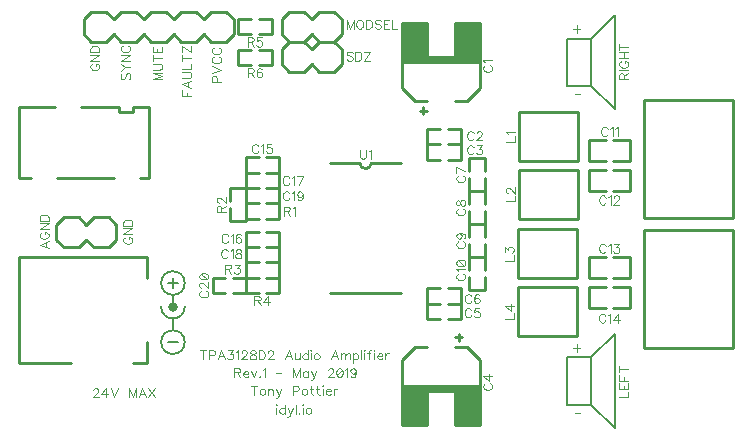
<source format=gbr>
G04 DipTrace 3.1.0.1*
G04 TPA3128D2route.TopSilk.gbr*
%MOIN*%
G04 #@! TF.FileFunction,Legend,Top*
G04 #@! TF.Part,Single*
%ADD10C,0.009843*%
%ADD19C,0.007874*%
%ADD32C,0.031496*%
%ADD70C,0.004632*%
%FSLAX26Y26*%
G04*
G70*
G90*
G75*
G01*
G04 TopSilk*
%LPD*%
X1693228Y1783784D2*
D10*
X1775910D1*
X1693228D2*
Y1567264D1*
X1736544Y1523947D2*
X1693228Y1567264D1*
X1736544Y1523947D2*
X1775910D1*
X1870389Y1783784D2*
X1953071D1*
Y1567264D1*
X1909755Y1523947D2*
X1953071Y1567264D1*
X1870389Y1523947D2*
X1909755D1*
X1693228Y1653866D2*
X1953071D1*
X1764087Y1480630D2*
Y1504246D1*
X1752265Y1492438D2*
X1775910D1*
X1870389Y1783784D2*
Y1657780D1*
X1775910Y1783784D2*
Y1653866D1*
X1779834Y1669620D2*
X1870389D1*
G36*
X1693228Y1653866D2*
X1775910D1*
Y1783784D1*
X1693228D1*
Y1653866D1*
G37*
G36*
X1779834Y1657780D2*
X1874339D1*
Y1669620D1*
X1779834D1*
Y1657780D1*
G37*
G36*
X1870389D2*
X1953071D1*
Y1783784D1*
X1870389D1*
Y1657780D1*
G37*
X1844809Y1380236D2*
D10*
X1888110D1*
Y1431417D1*
X1844809D1*
X1777885Y1380236D2*
X1821186D1*
X1777874D2*
Y1431417D1*
X1821186D2*
X1777885D1*
X1844809Y1329055D2*
X1888110D1*
Y1380236D1*
X1844809D1*
X1777885Y1329055D2*
X1821186D1*
X1777874D2*
Y1380236D1*
X1821186D2*
X1777885D1*
X1953071Y445192D2*
X1870389D1*
X1953071D2*
Y661713D1*
X1909755Y705030D2*
X1953071Y661713D1*
X1909755Y705030D2*
X1870389D1*
X1775910Y445192D2*
X1693228D1*
Y661713D1*
X1736544Y705030D2*
X1693228Y661713D1*
X1775910Y705030D2*
X1736544D1*
X1953071Y575111D2*
X1693228D1*
X1882212Y748346D2*
Y724731D1*
X1894035Y736539D2*
X1870389D1*
X1775910Y445192D2*
Y571196D1*
X1870389Y445192D2*
Y575111D1*
X1866465Y559356D2*
X1775910D1*
G36*
X1953071Y575111D2*
X1870389D1*
Y445192D1*
X1953071D1*
Y575111D1*
G37*
G36*
X1866465Y571196D2*
X1771961D1*
Y559356D1*
X1866465D1*
Y571196D1*
G37*
G36*
X1775910D2*
X1693228D1*
Y445192D1*
X1775910D1*
Y571196D1*
G37*
X1844809Y797559D2*
D10*
X1888110D1*
Y848740D1*
X1844809D1*
X1777885Y797559D2*
X1821186D1*
X1777874D2*
Y848740D1*
X1821186D2*
X1777885D1*
X1844809D2*
X1888110D1*
Y899921D1*
X1844809D1*
X1777885Y848740D2*
X1821186D1*
X1777874D2*
Y899921D1*
X1821186D2*
X1777885D1*
X1968819Y1291660D2*
Y1334961D1*
X1917638D1*
Y1291660D1*
X1968819Y1224735D2*
Y1268036D1*
Y1224724D2*
X1917638D1*
Y1268036D2*
Y1224735D1*
Y1157789D2*
Y1114488D1*
X1968819D1*
Y1157789D1*
X1917638Y1224713D2*
Y1181413D1*
Y1224724D2*
X1968819D1*
Y1181413D2*
Y1224713D1*
X1917638Y937317D2*
Y894016D1*
X1968819D1*
Y937317D1*
X1917638Y1004241D2*
Y960940D1*
Y1004252D2*
X1968819D1*
Y960940D2*
Y1004241D1*
Y1071187D2*
Y1114488D1*
X1917638D1*
Y1071187D1*
X1968819Y1004263D2*
Y1047564D1*
Y1004252D2*
X1917638D1*
Y1047564D2*
Y1004263D1*
X2395982Y1323150D2*
X2453071D1*
Y1394016D1*
X2395982D1*
X2315276Y1323150D2*
X2372364D1*
X2315276D2*
Y1394016D1*
X2372364D2*
X2315276D1*
X2395982Y1224724D2*
X2453071D1*
Y1295591D1*
X2395982D1*
X2315276Y1224724D2*
X2372364D1*
X2315276D2*
Y1295591D1*
X2372364D2*
X2315276D1*
X2395982Y933386D2*
X2453071D1*
Y1004252D1*
X2395982D1*
X2315276Y933386D2*
X2372364D1*
X2315276D2*
Y1004252D1*
X2372364D2*
X2315276D1*
X2395982Y834961D2*
X2453071D1*
Y905827D1*
X2395982D1*
X2315276Y834961D2*
X2372364D1*
X2315276D2*
Y905827D1*
X2372364D2*
X2315276D1*
X1214876Y1336929D2*
X1171575D1*
Y1285748D1*
X1214876D1*
X1281800Y1336929D2*
X1238499D1*
X1281811D2*
Y1285748D1*
X1238499D2*
X1281800D1*
X1214876Y1088898D2*
X1171575D1*
Y1037717D1*
X1214876D1*
X1281800Y1088898D2*
X1238499D1*
X1281811D2*
Y1037717D1*
X1238499D2*
X1281800D1*
X1214876Y1285748D2*
X1171575D1*
Y1234567D1*
X1214876D1*
X1281800Y1285748D2*
X1238499D1*
X1281811D2*
Y1234567D1*
X1238499D2*
X1281800D1*
X1214876Y1037717D2*
X1171575D1*
Y986535D1*
X1214876D1*
X1281800Y1037717D2*
X1238499D1*
X1281811D2*
Y986535D1*
X1238499D2*
X1281800D1*
X1214876Y1234567D2*
X1171575D1*
Y1183386D1*
X1214876D1*
X1281800Y1234567D2*
X1238499D1*
X1281811D2*
Y1183386D1*
X1238499D2*
X1281800D1*
X1104639Y935354D2*
X1061339D1*
Y884173D1*
X1104639D1*
X1171564Y935354D2*
X1128263D1*
X1171575D2*
Y884173D1*
X1128263D2*
X1171564D1*
X417646Y1504240D2*
Y1268043D1*
X850709Y1504240D2*
Y1268043D1*
X417646Y1504240D2*
X535764D1*
X622354D2*
X748354D1*
X417646Y1268043D2*
X457000D1*
X543646D2*
X732591D1*
X850709D2*
X819236D1*
X795591Y1504240D2*
X850709D1*
X748354Y1488520D2*
Y1504240D1*
X795591D2*
Y1488520D1*
X748354D1*
X2500315Y1134173D2*
X2795591D1*
Y1527874D1*
X2500315D1*
Y1134173D1*
Y701102D2*
X2795591D1*
Y1094803D1*
X2500315D1*
Y701102D1*
X1106367Y1821969D2*
X1056417D1*
X1106367D2*
X1131417Y1796969D1*
Y1746969D1*
X1106367Y1721969D1*
X1056417Y1821969D2*
X1031367Y1796969D1*
X1006467Y1821969D1*
X756417Y1721969D2*
X806367D1*
X831417Y1746969D1*
X856467Y1721969D1*
X906417D1*
X931467Y1746969D1*
X956367Y1721969D1*
X1006467D1*
X1031367Y1746969D1*
X1056417Y1721969D1*
X1081467D1*
X1106367D1*
X1006467Y1821969D2*
X956367D1*
X931467Y1796969D1*
X906417Y1821969D1*
X856467D1*
X831417Y1796969D1*
X806367Y1821969D1*
X756417D1*
X731417Y1796969D1*
Y1746969D2*
X756417Y1721969D1*
X656417D2*
X706367D1*
X731417Y1746969D1*
Y1796969D2*
X706367Y1821969D1*
X656417D1*
X631417Y1796969D1*
Y1746969D1*
X656417Y1721969D1*
X842838Y720781D2*
Y649921D1*
X417637Y1004265D2*
X842838D1*
Y933361D1*
Y649921D2*
X795613D1*
X588887D2*
X417637D1*
Y1004265D1*
X2082992Y1488504D2*
X2279843D1*
Y1323150D1*
X2082992D1*
Y1488504D1*
Y1295591D2*
X2279843D1*
Y1130236D1*
X2082992D1*
Y1295591D1*
X2079055Y1098740D2*
X2275906D1*
Y933386D1*
X2079055D1*
Y1098740D1*
Y905827D2*
X2275906D1*
Y740472D1*
X2079055D1*
Y905827D1*
X1214876Y1183386D2*
X1171575D1*
Y1132205D1*
X1214876D1*
X1281800Y1183386D2*
X1238499D1*
X1281811D2*
Y1132205D1*
X1238499D2*
X1281800D1*
X1171575Y1191266D2*
Y1234567D1*
X1120394D1*
Y1191266D1*
X1171575Y1124342D2*
Y1167643D1*
Y1124331D2*
X1120394D1*
Y1167643D2*
Y1124342D1*
X1214876Y986535D2*
X1171575D1*
Y935354D1*
X1214876D1*
X1281800Y986535D2*
X1238499D1*
X1281811D2*
Y935354D1*
X1238499D2*
X1281800D1*
X1214876D2*
X1171575D1*
Y884173D1*
X1214876D1*
X1281800Y935354D2*
X1238499D1*
X1281811D2*
Y884173D1*
X1238499D2*
X1281800D1*
X1214888Y1746378D2*
X1258189D1*
Y1797559D1*
X1214888D1*
X1147964Y1746378D2*
X1191265D1*
X1147953D2*
Y1797559D1*
X1191265D2*
X1147964D1*
X1214888Y1644016D2*
X1258189D1*
Y1695197D1*
X1214888D1*
X1147964Y1644016D2*
X1191265D1*
X1147953D2*
Y1695197D1*
X1191265D2*
X1147964D1*
X1467781Y1821969D2*
X1417833D1*
X1467781D2*
X1492835Y1796969D1*
Y1746969D1*
X1467781Y1721969D1*
X1417833Y1821969D2*
X1392780Y1796969D1*
X1367886Y1821969D1*
X1292885Y1746969D2*
X1317778Y1721969D1*
X1367886D1*
X1392780Y1746969D1*
X1417833Y1721969D1*
X1442887D1*
X1467781D1*
X1367886Y1821969D2*
X1317778D1*
X1292885Y1796969D1*
Y1746969D1*
X1467781Y1721969D2*
X1417833D1*
X1467781D2*
X1492835Y1696969D1*
Y1646969D1*
X1467781Y1621969D1*
X1417833Y1721969D2*
X1392780Y1696969D1*
X1367886Y1721969D1*
X1292885Y1646969D2*
X1317778Y1621969D1*
X1367886D1*
X1392780Y1646969D1*
X1417833Y1621969D1*
X1442887D1*
X1467781D1*
X1367886Y1721969D2*
X1317778D1*
X1292885Y1696969D1*
Y1646969D1*
X715812Y1136929D2*
X665865D1*
X715812D2*
X740866Y1111929D1*
Y1061929D1*
X715812Y1036929D1*
X665865Y1136929D2*
X640811Y1111929D1*
X615917Y1136929D1*
X540916Y1061929D2*
X565810Y1036929D1*
X615917D1*
X640811Y1061929D1*
X665865Y1036929D1*
X690919D1*
X715812D1*
X615917Y1136929D2*
X565810D1*
X540916Y1111929D1*
Y1061929D1*
X1453066Y885157D2*
X1689296D1*
X1453066Y1318228D2*
X1551513D1*
X1590849D2*
X1689296D1*
X1551513D2*
G03X1590849Y1318228I19668J-37D01*
G01*
X890079Y917640D2*
D19*
G02X890079Y917640I39370J0D01*
G01*
X913701Y917626D2*
X945197D1*
X929449Y933390D2*
Y901890D1*
X890079Y720785D2*
G02X890079Y720785I39370J0D01*
G01*
X913701Y720799D2*
X945197D1*
X890079Y838890D2*
G03X968819Y838890I39370J16D01*
G01*
D32*
X929449Y838904D3*
Y878272D2*
D19*
Y838890D1*
Y799535D2*
Y760154D1*
X2244409Y1732598D2*
X2323150D1*
Y1575118D1*
X2244409D1*
Y1732598D1*
X2323150D2*
X2401890Y1811339D1*
Y1496378D1*
X2323150Y1575118D1*
X2244409Y669606D2*
X2323150D1*
Y512126D1*
X2244409D1*
Y669606D1*
X2323150D2*
X2401890Y748346D1*
Y433386D1*
X2323150Y512126D1*
X1970409Y1643594D2*
D70*
X1967557Y1642168D1*
X1964672Y1639283D1*
X1963246Y1636431D1*
Y1630694D1*
X1964672Y1627809D1*
X1967557Y1624957D1*
X1970409Y1623498D1*
X1974720Y1622072D1*
X1981916D1*
X1986194Y1623498D1*
X1989079Y1624957D1*
X1991931Y1627809D1*
X1993390Y1630694D1*
Y1636431D1*
X1991931Y1639283D1*
X1989079Y1642168D1*
X1986194Y1643594D1*
X1969016Y1652858D2*
X1967557Y1655743D1*
X1963279Y1660054D1*
X1993390D1*
X1931436Y1417007D2*
X1930010Y1419859D1*
X1927125Y1422744D1*
X1924273Y1424170D1*
X1918536D1*
X1915651Y1422744D1*
X1912799Y1419859D1*
X1911340Y1417007D1*
X1909914Y1412696D1*
Y1405500D1*
X1911340Y1401222D1*
X1912799Y1398337D1*
X1915651Y1395485D1*
X1918536Y1394026D1*
X1924273D1*
X1927125Y1395485D1*
X1930010Y1398337D1*
X1931436Y1401222D1*
X1942158Y1416974D2*
Y1418400D1*
X1943584Y1421285D1*
X1945010Y1422711D1*
X1947895Y1424137D1*
X1953632D1*
X1956484Y1422711D1*
X1957910Y1421285D1*
X1959369Y1418400D1*
Y1415548D1*
X1957910Y1412663D1*
X1955058Y1408385D1*
X1940699Y1394026D1*
X1960795D1*
X1931436Y1369763D2*
X1930010Y1372615D1*
X1927125Y1375500D1*
X1924273Y1376926D1*
X1918536D1*
X1915651Y1375500D1*
X1912799Y1372615D1*
X1911340Y1369763D1*
X1909914Y1365452D1*
Y1358256D1*
X1911340Y1353978D1*
X1912799Y1351093D1*
X1915651Y1348241D1*
X1918536Y1346782D1*
X1924273D1*
X1927125Y1348241D1*
X1930010Y1351093D1*
X1931436Y1353978D1*
X1943584Y1376893D2*
X1959336D1*
X1950747Y1365419D1*
X1955058D1*
X1957910Y1363993D1*
X1959336Y1362567D1*
X1960795Y1358256D1*
Y1355404D1*
X1959336Y1351093D1*
X1956484Y1348208D1*
X1952173Y1346782D1*
X1947862D1*
X1943584Y1348208D1*
X1942158Y1349667D1*
X1940699Y1352519D1*
X1970409Y583282D2*
X1967557Y581856D1*
X1964672Y578971D1*
X1963246Y576119D1*
Y570382D1*
X1964672Y567497D1*
X1967557Y564645D1*
X1970409Y563186D1*
X1974720Y561760D1*
X1981916D1*
X1986194Y563186D1*
X1989079Y564645D1*
X1991931Y567497D1*
X1993390Y570382D1*
Y576119D1*
X1991931Y578971D1*
X1989079Y581856D1*
X1986194Y583282D1*
X1993390Y606904D2*
X1963279D1*
X1983342Y592545D1*
Y614067D1*
X1923562Y826456D2*
X1922136Y829308D1*
X1919250Y832193D1*
X1916399Y833619D1*
X1910662D1*
X1907777Y832193D1*
X1904925Y829308D1*
X1903466Y826456D1*
X1902040Y822145D1*
Y814949D1*
X1903466Y810671D1*
X1904925Y807786D1*
X1907777Y804934D1*
X1910662Y803475D1*
X1916399D1*
X1919250Y804934D1*
X1922136Y807786D1*
X1923562Y810671D1*
X1950036Y833586D2*
X1935710D1*
X1934284Y820686D1*
X1935710Y822112D1*
X1940021Y823571D1*
X1944299D1*
X1948610Y822112D1*
X1951495Y819260D1*
X1952921Y814949D1*
Y812097D1*
X1951495Y807786D1*
X1948610Y804901D1*
X1944299Y803475D1*
X1940021D1*
X1935710Y804901D1*
X1934284Y806360D1*
X1932825Y809212D1*
X1924291Y873700D2*
X1922865Y876552D1*
X1919980Y879437D1*
X1917128Y880863D1*
X1911391D1*
X1908506Y879437D1*
X1905654Y876552D1*
X1904195Y873700D1*
X1902769Y869389D1*
Y862193D1*
X1904195Y857915D1*
X1905654Y855030D1*
X1908506Y852178D1*
X1911391Y850719D1*
X1917128D1*
X1919980Y852178D1*
X1922865Y855030D1*
X1924291Y857915D1*
X1950766Y876552D2*
X1949340Y879404D1*
X1945029Y880830D1*
X1942177D1*
X1937866Y879404D1*
X1934981Y875093D1*
X1933555Y867930D1*
Y860767D1*
X1934981Y855030D1*
X1937866Y852145D1*
X1942177Y850719D1*
X1943603D1*
X1947880Y852145D1*
X1950766Y855030D1*
X1952192Y859341D1*
Y860767D1*
X1950766Y865078D1*
X1947880Y867930D1*
X1943603Y869356D1*
X1942177D1*
X1937866Y867930D1*
X1934981Y865078D1*
X1933555Y860767D1*
X1880867Y1275924D2*
X1878015Y1274498D1*
X1875130Y1271613D1*
X1873704Y1268761D1*
Y1263024D1*
X1875130Y1260139D1*
X1878015Y1257287D1*
X1880867Y1255828D1*
X1885178Y1254402D1*
X1892374D1*
X1896652Y1255828D1*
X1899537Y1257287D1*
X1902389Y1260139D1*
X1903848Y1263024D1*
Y1268761D1*
X1902389Y1271613D1*
X1899537Y1274498D1*
X1896652Y1275924D1*
X1903848Y1290924D2*
X1873737Y1305283D1*
Y1285187D1*
X1880867Y1165704D2*
X1878015Y1164278D1*
X1875130Y1161393D1*
X1873704Y1158541D1*
Y1152804D1*
X1875130Y1149919D1*
X1878015Y1147067D1*
X1880867Y1145608D1*
X1885178Y1144182D1*
X1892374D1*
X1896652Y1145608D1*
X1899537Y1147067D1*
X1902389Y1149919D1*
X1903848Y1152804D1*
Y1158541D1*
X1902389Y1161393D1*
X1899537Y1164278D1*
X1896652Y1165704D1*
X1873737Y1182131D2*
X1875163Y1177853D1*
X1878015Y1176394D1*
X1880900D1*
X1883752Y1177853D1*
X1885211Y1180705D1*
X1886637Y1186442D1*
X1888063Y1190753D1*
X1890948Y1193605D1*
X1893800Y1195030D1*
X1898111D1*
X1900963Y1193605D1*
X1902422Y1192179D1*
X1903848Y1187868D1*
Y1182131D1*
X1902422Y1177853D1*
X1900963Y1176394D1*
X1898111Y1174968D1*
X1893800D1*
X1890948Y1176394D1*
X1888063Y1179279D1*
X1886637Y1183557D1*
X1885211Y1189294D1*
X1883752Y1192179D1*
X1880900Y1193605D1*
X1878015D1*
X1875163Y1192179D1*
X1873737Y1187868D1*
Y1182131D1*
X1880867Y1056164D2*
X1878015Y1054738D1*
X1875130Y1051853D1*
X1873704Y1049001D1*
Y1043264D1*
X1875130Y1040379D1*
X1878015Y1037528D1*
X1880867Y1036068D1*
X1885178Y1034642D1*
X1892374D1*
X1896652Y1036068D1*
X1899537Y1037527D1*
X1902389Y1040379D1*
X1903848Y1043264D1*
Y1049001D1*
X1902389Y1051853D1*
X1899537Y1054738D1*
X1896652Y1056164D1*
X1883752Y1084098D2*
X1888063Y1082639D1*
X1890948Y1079787D1*
X1892374Y1075476D1*
Y1074050D1*
X1890948Y1069739D1*
X1888063Y1066887D1*
X1883752Y1065428D1*
X1882326D1*
X1878015Y1066887D1*
X1875163Y1069739D1*
X1873737Y1074050D1*
Y1075476D1*
X1875163Y1079787D1*
X1878015Y1082639D1*
X1883752Y1084098D1*
X1890948D1*
X1898111Y1082639D1*
X1902422Y1079787D1*
X1903848Y1075476D1*
Y1072624D1*
X1902422Y1068313D1*
X1899537Y1066887D1*
X1880867Y948796D2*
X1878015Y947370D1*
X1875130Y944485D1*
X1873704Y941633D1*
Y935896D1*
X1875130Y933011D1*
X1878015Y930160D1*
X1880867Y928700D1*
X1885178Y927274D1*
X1892374D1*
X1896652Y928700D1*
X1899537Y930160D1*
X1902389Y933011D1*
X1903848Y935896D1*
Y941633D1*
X1902389Y944485D1*
X1899537Y947370D1*
X1896652Y948796D1*
X1879474Y958060D2*
X1878015Y960945D1*
X1873737Y965256D1*
X1903848D1*
X1873737Y983142D2*
X1875163Y978831D1*
X1879474Y975945D1*
X1886637Y974519D1*
X1890948D1*
X1898111Y975945D1*
X1902422Y978830D1*
X1903848Y983142D1*
Y985993D1*
X1902422Y990304D1*
X1898111Y993156D1*
X1890948Y994615D1*
X1886637D1*
X1879474Y993156D1*
X1875163Y990304D1*
X1873737Y985993D1*
Y983142D1*
X1879474Y993156D2*
X1898111Y975945D1*
X2378475Y1430787D2*
X2377049Y1433639D1*
X2374164Y1436524D1*
X2371312Y1437950D1*
X2365575D1*
X2362690Y1436524D1*
X2359838Y1433639D1*
X2358379Y1430787D1*
X2356953Y1426476D1*
Y1419280D1*
X2358379Y1415002D1*
X2359838Y1412117D1*
X2362690Y1409265D1*
X2365575Y1407806D1*
X2371312D1*
X2374164Y1409265D1*
X2377049Y1412117D1*
X2378475Y1415002D1*
X2387738Y1432179D2*
X2390623Y1433639D1*
X2394934Y1437916D1*
Y1407806D1*
X2404198Y1432179D2*
X2407083Y1433639D1*
X2411394Y1437916D1*
Y1407806D1*
X2372025Y1202440D2*
X2370599Y1205292D1*
X2367714Y1208177D1*
X2364862Y1209603D1*
X2359125D1*
X2356240Y1208177D1*
X2353388Y1205292D1*
X2351929Y1202440D1*
X2350503Y1198129D1*
Y1190933D1*
X2351929Y1186655D1*
X2353388Y1183770D1*
X2356240Y1180918D1*
X2359125Y1179459D1*
X2364862D1*
X2367714Y1180918D1*
X2370599Y1183770D1*
X2372025Y1186655D1*
X2381288Y1203833D2*
X2384173Y1205292D1*
X2388484Y1209570D1*
Y1179459D1*
X2399207Y1202407D2*
Y1203833D1*
X2400633Y1206718D1*
X2402059Y1208144D1*
X2404944Y1209570D1*
X2410681D1*
X2413533Y1208144D1*
X2414959Y1206718D1*
X2416418Y1203833D1*
Y1200981D1*
X2414959Y1198096D1*
X2412107Y1193818D1*
X2397748Y1179459D1*
X2417844D1*
X2372025Y1041023D2*
X2370599Y1043875D1*
X2367714Y1046760D1*
X2364862Y1048186D1*
X2359125D1*
X2356240Y1046760D1*
X2353388Y1043875D1*
X2351929Y1041023D1*
X2350503Y1036712D1*
Y1029516D1*
X2351929Y1025238D1*
X2353388Y1022353D1*
X2356240Y1019501D1*
X2359125Y1018042D1*
X2364862D1*
X2367714Y1019501D1*
X2370599Y1022353D1*
X2372025Y1025238D1*
X2381288Y1042416D2*
X2384173Y1043875D1*
X2388484Y1048153D1*
Y1018042D1*
X2400633Y1048153D2*
X2416385D1*
X2407796Y1036679D1*
X2412107D1*
X2414959Y1035253D1*
X2416385Y1033827D1*
X2417844Y1029516D1*
Y1026664D1*
X2416385Y1022353D1*
X2413533Y1019468D1*
X2409222Y1018042D1*
X2404911D1*
X2400633Y1019468D1*
X2399207Y1020927D1*
X2397748Y1023779D1*
X2371312Y808739D2*
X2369886Y811591D1*
X2367001Y814476D1*
X2364149Y815902D1*
X2358412D1*
X2355527Y814476D1*
X2352675Y811591D1*
X2351216Y808739D1*
X2349790Y804428D1*
Y797232D1*
X2351216Y792954D1*
X2352675Y790069D1*
X2355527Y787217D1*
X2358412Y785758D1*
X2364149D1*
X2367001Y787217D1*
X2369886Y790069D1*
X2371312Y792954D1*
X2380575Y810132D2*
X2383460Y811591D1*
X2387771Y815869D1*
Y785758D1*
X2411394D2*
Y815869D1*
X2397035Y795806D1*
X2418557D1*
X1214544Y1373700D2*
X1213118Y1376552D1*
X1210233Y1379437D1*
X1207381Y1380863D1*
X1201644D1*
X1198759Y1379437D1*
X1195907Y1376552D1*
X1194448Y1373700D1*
X1193022Y1369389D1*
Y1362193D1*
X1194448Y1357915D1*
X1195907Y1355030D1*
X1198759Y1352178D1*
X1201644Y1350719D1*
X1207381D1*
X1210233Y1352178D1*
X1213118Y1355030D1*
X1214544Y1357915D1*
X1223808Y1375093D2*
X1226693Y1376552D1*
X1231004Y1380830D1*
Y1350719D1*
X1257478Y1380830D2*
X1243153D1*
X1241727Y1367930D1*
X1243153Y1369356D1*
X1247464Y1370815D1*
X1251741D1*
X1256052Y1369356D1*
X1258938Y1366504D1*
X1260363Y1362193D1*
Y1359341D1*
X1258938Y1355030D1*
X1256052Y1352145D1*
X1251741Y1350719D1*
X1247464D1*
X1243153Y1352145D1*
X1241727Y1353604D1*
X1240267Y1356456D1*
X1112912Y1074487D2*
X1111486Y1077339D1*
X1108601Y1080224D1*
X1105749Y1081650D1*
X1100012D1*
X1097127Y1080224D1*
X1094275Y1077339D1*
X1092816Y1074487D1*
X1091390Y1070176D1*
Y1062980D1*
X1092816Y1058702D1*
X1094275Y1055817D1*
X1097127Y1052965D1*
X1100012Y1051506D1*
X1105749D1*
X1108601Y1052965D1*
X1111486Y1055817D1*
X1112912Y1058702D1*
X1122175Y1075880D2*
X1125060Y1077339D1*
X1129371Y1081617D1*
Y1051506D1*
X1155846Y1077339D2*
X1154420Y1080191D1*
X1150109Y1081617D1*
X1147257D1*
X1142946Y1080191D1*
X1140061Y1075880D1*
X1138635Y1068717D1*
Y1061554D1*
X1140061Y1055817D1*
X1142946Y1052932D1*
X1147257Y1051506D1*
X1148683D1*
X1152961Y1052932D1*
X1155846Y1055817D1*
X1157272Y1060128D1*
Y1061554D1*
X1155846Y1065865D1*
X1152961Y1068717D1*
X1148683Y1070143D1*
X1147257D1*
X1142946Y1068717D1*
X1140061Y1065865D1*
X1138635Y1061554D1*
X1316907Y1267401D2*
X1315481Y1270253D1*
X1312595Y1273138D1*
X1309744Y1274564D1*
X1304007D1*
X1301122Y1273138D1*
X1298270Y1270253D1*
X1296810Y1267401D1*
X1295385Y1263090D1*
Y1255894D1*
X1296810Y1251616D1*
X1298270Y1248731D1*
X1301122Y1245879D1*
X1304007Y1244420D1*
X1309744D1*
X1312595Y1245879D1*
X1315481Y1248731D1*
X1316907Y1251616D1*
X1326170Y1268794D2*
X1329055Y1270253D1*
X1333366Y1274531D1*
Y1244420D1*
X1348367D2*
X1362726Y1274531D1*
X1342630D1*
X1112199Y1023306D2*
X1110773Y1026158D1*
X1107888Y1029043D1*
X1105036Y1030469D1*
X1099299D1*
X1096414Y1029043D1*
X1093562Y1026158D1*
X1092103Y1023306D1*
X1090677Y1018995D1*
Y1011799D1*
X1092103Y1007521D1*
X1093562Y1004636D1*
X1096414Y1001784D1*
X1099299Y1000325D1*
X1105036D1*
X1107888Y1001784D1*
X1110773Y1004636D1*
X1112199Y1007521D1*
X1121462Y1024699D2*
X1124347Y1026158D1*
X1128658Y1030436D1*
Y1000325D1*
X1145085Y1030436D2*
X1140807Y1029010D1*
X1139348Y1026158D1*
Y1023273D1*
X1140807Y1020421D1*
X1143659Y1018962D1*
X1149396Y1017536D1*
X1153707Y1016110D1*
X1156559Y1013225D1*
X1157985Y1010373D1*
Y1006062D1*
X1156559Y1003210D1*
X1155133Y1001751D1*
X1150822Y1000325D1*
X1145085D1*
X1140807Y1001751D1*
X1139348Y1003210D1*
X1137922Y1006062D1*
Y1010373D1*
X1139348Y1013225D1*
X1142233Y1016110D1*
X1146511Y1017536D1*
X1152248Y1018962D1*
X1155133Y1020421D1*
X1156559Y1023273D1*
Y1026158D1*
X1155133Y1029010D1*
X1150822Y1030436D1*
X1145085D1*
X1317619Y1216220D2*
X1316194Y1219072D1*
X1313308Y1221957D1*
X1310457Y1223383D1*
X1304720D1*
X1301834Y1221957D1*
X1298983Y1219072D1*
X1297523Y1216220D1*
X1296098Y1211909D1*
Y1204713D1*
X1297523Y1200435D1*
X1298983Y1197550D1*
X1301834Y1194698D1*
X1304720Y1193239D1*
X1310457D1*
X1313308Y1194698D1*
X1316194Y1197550D1*
X1317619Y1200435D1*
X1326883Y1217613D2*
X1329768Y1219072D1*
X1334079Y1223350D1*
Y1193239D1*
X1362013Y1213335D2*
X1360554Y1209024D1*
X1357702Y1206139D1*
X1353391Y1204713D1*
X1351965D1*
X1347654Y1206139D1*
X1344802Y1209024D1*
X1343343Y1213335D1*
Y1214761D1*
X1344802Y1219072D1*
X1347654Y1221924D1*
X1351965Y1223350D1*
X1353391D1*
X1357702Y1221924D1*
X1360554Y1219072D1*
X1362013Y1213335D1*
Y1206139D1*
X1360554Y1198976D1*
X1357702Y1194665D1*
X1353391Y1193239D1*
X1350539D1*
X1346228Y1194665D1*
X1344802Y1197550D1*
X1024568Y891165D2*
X1021716Y889739D1*
X1018831Y886854D1*
X1017405Y884002D1*
Y878265D1*
X1018831Y875380D1*
X1021716Y872528D1*
X1024568Y871069D1*
X1028879Y869643D1*
X1036075D1*
X1040353Y871069D1*
X1043238Y872528D1*
X1046090Y875380D1*
X1047549Y878265D1*
Y884002D1*
X1046090Y886854D1*
X1043238Y889739D1*
X1040353Y891165D1*
X1024601Y901888D2*
X1023175D1*
X1020290Y903314D1*
X1018864Y904740D1*
X1017438Y907625D1*
Y913362D1*
X1018864Y916214D1*
X1020290Y917640D1*
X1023175Y919099D1*
X1026027D1*
X1028912Y917640D1*
X1033190Y914788D1*
X1047549Y900429D1*
Y920525D1*
X1017438Y938410D2*
X1018864Y934099D1*
X1023175Y931214D1*
X1030338Y929788D1*
X1034649D1*
X1041812Y931214D1*
X1046123Y934099D1*
X1047549Y938410D1*
Y941262D1*
X1046123Y945573D1*
X1041812Y948425D1*
X1034649Y949884D1*
X1030338D1*
X1023175Y948425D1*
X1018864Y945573D1*
X1017438Y941262D1*
Y938410D1*
X1023175Y948425D2*
X1041812Y931214D1*
X2039058Y1388992D2*
X2069202D1*
Y1406202D1*
X2044828Y1415466D2*
X2043369Y1418351D1*
X2039092Y1422662D1*
X2069202D1*
X2039058Y1189628D2*
X2069202D1*
Y1206839D1*
X2046254Y1217562D2*
X2044828D1*
X2041943Y1218988D1*
X2040517Y1220414D1*
X2039092Y1223299D1*
Y1229036D1*
X2040517Y1231888D1*
X2041943Y1233314D1*
X2044828Y1234773D1*
X2047680D1*
X2050565Y1233314D1*
X2054843Y1230462D1*
X2069202Y1216103D1*
Y1236199D1*
X2035121Y992778D2*
X2065265D1*
Y1009989D1*
X2035154Y1022137D2*
Y1037889D1*
X2046628Y1029300D1*
Y1033611D1*
X2048054Y1036463D1*
X2049480Y1037889D1*
X2053791Y1039348D1*
X2056643D1*
X2060954Y1037889D1*
X2063839Y1035037D1*
X2065265Y1030726D1*
Y1026415D1*
X2063839Y1022137D1*
X2062380Y1020711D1*
X2059528Y1019252D1*
X2035121Y799152D2*
X2065265D1*
Y816362D1*
Y839985D2*
X2035154D1*
X2055217Y825626D1*
Y847148D1*
X1298966Y1157843D2*
X1311866D1*
X1316177Y1159302D1*
X1317636Y1160728D1*
X1319062Y1163580D1*
Y1166465D1*
X1317636Y1169316D1*
X1316177Y1170776D1*
X1311866Y1172202D1*
X1298966D1*
Y1142058D1*
X1309014Y1157843D2*
X1319062Y1142058D1*
X1328326Y1166431D2*
X1331211Y1167891D1*
X1335522Y1172168D1*
Y1142058D1*
X1090819Y1154721D2*
Y1167621D1*
X1089360Y1171932D1*
X1087934Y1173391D1*
X1085082Y1174817D1*
X1082197D1*
X1079345Y1173391D1*
X1077886Y1171932D1*
X1076460Y1167621D1*
Y1154721D1*
X1106604D1*
X1090819Y1164769D2*
X1106604Y1174817D1*
X1083656Y1185540D2*
X1082230D1*
X1079345Y1186966D1*
X1077919Y1188392D1*
X1076493Y1191277D1*
Y1197014D1*
X1077919Y1199866D1*
X1079345Y1201292D1*
X1082230Y1202751D1*
X1085082D1*
X1087967Y1201292D1*
X1092245Y1198440D1*
X1106604Y1184081D1*
Y1204177D1*
X1103540Y964929D2*
X1116440D1*
X1120751Y966388D1*
X1122210Y967814D1*
X1123636Y970666D1*
Y973551D1*
X1122210Y976403D1*
X1120751Y977862D1*
X1116440Y979288D1*
X1103540D1*
Y949144D1*
X1113588Y964929D2*
X1123636Y949144D1*
X1135785Y979255D2*
X1151536D1*
X1142947Y967781D1*
X1147259D1*
X1150110Y966355D1*
X1151536Y964929D1*
X1152995Y960618D1*
Y957766D1*
X1151536Y953455D1*
X1148684Y950570D1*
X1144373Y949144D1*
X1140062D1*
X1135785Y950570D1*
X1134359Y952029D1*
X1132899Y954881D1*
X1201252Y859639D2*
X1214152D1*
X1218463Y861098D1*
X1219922Y862524D1*
X1221348Y865376D1*
Y868261D1*
X1219922Y871113D1*
X1218463Y872572D1*
X1214152Y873998D1*
X1201252D1*
Y843854D1*
X1211300Y859639D2*
X1221348Y843854D1*
X1244971D2*
Y873965D1*
X1230612Y853902D1*
X1252134D1*
X1178343Y1721844D2*
X1191243D1*
X1195554Y1723303D1*
X1197013Y1724729D1*
X1198439Y1727581D1*
Y1730466D1*
X1197013Y1733318D1*
X1195554Y1734777D1*
X1191243Y1736203D1*
X1178343D1*
Y1706059D1*
X1188391Y1721844D2*
X1198439Y1706059D1*
X1224914Y1736170D2*
X1210588D1*
X1209162Y1723270D1*
X1210588Y1724696D1*
X1214899Y1726155D1*
X1219177D1*
X1223488Y1724696D1*
X1226373Y1721844D1*
X1227799Y1717533D1*
Y1714681D1*
X1226373Y1710370D1*
X1223488Y1707485D1*
X1219177Y1706059D1*
X1214899D1*
X1210588Y1707485D1*
X1209162Y1708944D1*
X1207703Y1711796D1*
X1179073Y1619482D2*
X1191973D1*
X1196284Y1620941D1*
X1197743Y1622367D1*
X1199169Y1625218D1*
Y1628104D1*
X1197743Y1630955D1*
X1196284Y1632415D1*
X1191973Y1633841D1*
X1179073D1*
Y1603697D1*
X1189121Y1619482D2*
X1199169Y1603697D1*
X1225643Y1629530D2*
X1224217Y1632381D1*
X1219906Y1633807D1*
X1217054D1*
X1212743Y1632381D1*
X1209858Y1628070D1*
X1208432Y1620907D1*
Y1613745D1*
X1209858Y1608008D1*
X1212743Y1605122D1*
X1217054Y1603697D1*
X1218480D1*
X1222758Y1605122D1*
X1225643Y1608008D1*
X1227069Y1612319D1*
Y1613745D1*
X1225643Y1618056D1*
X1222758Y1620907D1*
X1218480Y1622333D1*
X1217054D1*
X1212743Y1620907D1*
X1209858Y1618056D1*
X1208432Y1613745D1*
X1552903Y1362162D2*
Y1340640D1*
X1554329Y1336329D1*
X1557214Y1333477D1*
X1561525Y1332018D1*
X1564377D1*
X1568688Y1333477D1*
X1571573Y1336329D1*
X1572999Y1340640D1*
Y1362162D1*
X1582263Y1356392D2*
X1585148Y1357851D1*
X1589459Y1362129D1*
Y1332018D1*
X1075381Y1588392D2*
X1075382Y1601325D1*
X1073956Y1605603D1*
X1072496Y1607062D1*
X1069645Y1608488D1*
X1065334D1*
X1062482Y1607062D1*
X1061022Y1605603D1*
X1059597Y1601325D1*
X1059596Y1588392D1*
X1089740D1*
X1059597Y1617752D2*
X1089741Y1629226D1*
X1059597Y1640700D1*
X1066759Y1671485D2*
X1063908Y1670059D1*
X1061022Y1667174D1*
X1059597Y1664322D1*
Y1658585D1*
X1061022Y1655700D1*
X1063908Y1652848D1*
X1066759Y1651389D1*
X1071070Y1649963D1*
X1078267D1*
X1082544Y1651389D1*
X1085429Y1652848D1*
X1088281Y1655700D1*
X1089740Y1658585D1*
Y1664322D1*
X1088281Y1667174D1*
X1085429Y1670059D1*
X1082544Y1671485D1*
X1066759Y1702270D2*
X1063908Y1700845D1*
X1061022Y1697959D1*
X1059597Y1695108D1*
Y1689371D1*
X1061022Y1686486D1*
X1063908Y1683634D1*
X1066759Y1682174D1*
X1071070Y1680749D1*
X1078267D1*
X1082544Y1682174D1*
X1085429Y1683634D1*
X1088281Y1686485D1*
X1089740Y1689371D1*
Y1695108D1*
X1088281Y1697959D1*
X1085429Y1700845D1*
X1082544Y1702270D1*
X961171Y1559818D2*
Y1541148D1*
X991315D1*
X975530D2*
Y1552622D1*
X991315Y1592063D2*
X961171Y1580556D1*
X991315Y1569082D1*
X981267Y1573393D2*
Y1587752D1*
X961171Y1601326D2*
X982693D1*
X987004Y1602752D1*
X989856Y1605637D1*
X991315Y1609948D1*
Y1612800D1*
X989856Y1617111D1*
X987004Y1619996D1*
X982693Y1621422D1*
X961171D1*
Y1630686D2*
X991315D1*
Y1647897D1*
X961171Y1667208D2*
X991315D1*
X961171Y1657160D2*
Y1677256D1*
Y1686520D2*
Y1706616D1*
X991315Y1686520D1*
Y1706616D1*
X892890Y1619214D2*
X862746D1*
X892890Y1607740D1*
X862746Y1596266D1*
X892890D1*
X862746Y1628478D2*
X884268D1*
X888579Y1629903D1*
X891431Y1632789D1*
X892890Y1637100D1*
Y1639951D1*
X891431Y1644262D1*
X888579Y1647148D1*
X884268Y1648573D1*
X862746Y1648574D1*
Y1667885D2*
X892890D1*
X862746Y1657837D2*
Y1677933D1*
Y1705833D2*
Y1687197D1*
X892890D1*
Y1705833D1*
X877105Y1687197D2*
Y1698671D1*
X760758Y1616362D2*
X757873Y1613510D1*
X756447Y1609199D1*
Y1603462D1*
X757873Y1599151D1*
X760758Y1596266D1*
X763610D1*
X766495Y1597725D1*
X767921Y1599151D1*
X769347Y1602003D1*
X772232Y1610625D1*
X773658Y1613510D1*
X775117Y1614936D1*
X777969Y1616362D1*
X782280D1*
X785132Y1613510D1*
X786591Y1609199D1*
Y1603462D1*
X785132Y1599151D1*
X782280Y1596266D1*
X756447Y1625626D2*
X770806Y1637100D1*
X786591D1*
X756447Y1648574D2*
X770806Y1637100D1*
X756447Y1677933D2*
X786591D1*
X756447Y1657837D1*
X786591D1*
X763610Y1708719D2*
X760758Y1707293D1*
X757873Y1704408D1*
X756447Y1701556D1*
Y1695819D1*
X757873Y1692934D1*
X760758Y1690082D1*
X763610Y1688623D1*
X767921Y1687197D1*
X775117D1*
X779395Y1688623D1*
X782280Y1690082D1*
X785132Y1692934D1*
X786591Y1695819D1*
Y1701556D1*
X785132Y1704408D1*
X782280Y1707293D1*
X779395Y1708719D1*
X661248Y1649284D2*
X658396Y1647858D1*
X655511Y1644973D1*
X654085Y1642121D1*
Y1636384D1*
X655511Y1633499D1*
X658396Y1630647D1*
X661248Y1629188D1*
X665559Y1627762D1*
X672755D1*
X677033Y1629188D1*
X679918Y1630647D1*
X682770Y1633499D1*
X684229Y1636384D1*
Y1642121D1*
X682770Y1644973D1*
X679918Y1647858D1*
X677033Y1649284D1*
X672755D1*
Y1642121D1*
X654085Y1678644D2*
X684229D1*
X654085Y1658548D1*
X684229D1*
X654085Y1687907D2*
X684229D1*
Y1697955D1*
X682770Y1702266D1*
X679918Y1705151D1*
X677033Y1706577D1*
X672755Y1708003D1*
X665559D1*
X661248Y1706577D1*
X658396Y1705151D1*
X655511Y1702266D1*
X654085Y1697955D1*
Y1687907D1*
X514937Y1056255D2*
X484793Y1044748D1*
X514937Y1033274D1*
X504889Y1037585D2*
Y1051944D1*
X491956Y1087041D2*
X489104Y1085615D1*
X486219Y1082729D1*
X484793Y1079878D1*
Y1074141D1*
X486219Y1071256D1*
X489104Y1068404D1*
X491956Y1066945D1*
X496267Y1065519D1*
X503463D1*
X507741Y1066944D1*
X510626Y1068404D1*
X513478Y1071256D1*
X514937Y1074141D1*
Y1079878D1*
X513478Y1082729D1*
X510626Y1085615D1*
X507741Y1087040D1*
X503463D1*
Y1079878D1*
X484793Y1116400D2*
X514937D1*
X484793Y1096304D1*
X514937D1*
X484793Y1125664D2*
X514937D1*
Y1135712D1*
X513478Y1140023D1*
X510626Y1142908D1*
X507741Y1144334D1*
X503463Y1145760D1*
X496267D1*
X491956Y1144334D1*
X489104Y1142908D1*
X486219Y1140023D1*
X484793Y1135712D1*
Y1125664D1*
X771484Y1070544D2*
X768632Y1069118D1*
X765747Y1066233D1*
X764321Y1063381D1*
Y1057644D1*
X765747Y1054759D1*
X768632Y1051907D1*
X771484Y1050448D1*
X775795Y1049022D1*
X782991D1*
X787269Y1050448D1*
X790154Y1051907D1*
X793006Y1054759D1*
X794465Y1057644D1*
Y1063381D1*
X793006Y1066233D1*
X790154Y1069118D1*
X787269Y1070544D1*
X782991D1*
Y1063381D1*
X764321Y1099903D2*
X794465D1*
X764321Y1079808D1*
X794465Y1079807D1*
X764321Y1109167D2*
X794465D1*
Y1119215D1*
X793006Y1123526D1*
X790154Y1126411D1*
X787269Y1127837D1*
X782991Y1129263D1*
X775795D1*
X771484Y1127837D1*
X768632Y1126411D1*
X765747Y1123526D1*
X764321Y1119215D1*
Y1109167D1*
X1528518Y1684762D2*
X1525666Y1687647D1*
X1521355Y1689073D1*
X1515618D1*
X1511307Y1687647D1*
X1508422Y1684762D1*
Y1681910D1*
X1509881Y1679025D1*
X1511307Y1677599D1*
X1514159Y1676173D1*
X1522781Y1673288D1*
X1525666Y1671862D1*
X1527092Y1670403D1*
X1528518Y1667551D1*
Y1663240D1*
X1525666Y1660388D1*
X1521355Y1658929D1*
X1515618D1*
X1511307Y1660388D1*
X1508422Y1663240D1*
X1537782Y1689073D2*
Y1658929D1*
X1547830D1*
X1552141Y1660388D1*
X1555026Y1663240D1*
X1556452Y1666125D1*
X1557878Y1670403D1*
Y1677599D1*
X1556452Y1681910D1*
X1555026Y1684762D1*
X1552141Y1687647D1*
X1547830Y1689073D1*
X1537782D1*
X1567141D2*
X1587237D1*
X1567141Y1658929D1*
X1587237D1*
X1531370Y1765228D2*
Y1795372D1*
X1519896Y1765228D1*
X1508422Y1795372D1*
Y1765228D1*
X1549256Y1795372D2*
X1546371Y1793946D1*
X1543519Y1791061D1*
X1542060Y1788209D1*
X1540634Y1783898D1*
Y1776702D1*
X1542060Y1772424D1*
X1543519Y1769539D1*
X1546371Y1766687D1*
X1549256Y1765228D1*
X1554993D1*
X1557845Y1766687D1*
X1560730Y1769539D1*
X1562156Y1772424D1*
X1563582Y1776702D1*
Y1783898D1*
X1562156Y1788209D1*
X1560730Y1791061D1*
X1557845Y1793946D1*
X1554993Y1795372D1*
X1549256D1*
X1572845D2*
Y1765228D1*
X1582893D1*
X1587204Y1766687D1*
X1590089Y1769539D1*
X1591515Y1772424D1*
X1592941Y1776702D1*
Y1783898D1*
X1591515Y1788209D1*
X1590089Y1791061D1*
X1587204Y1793946D1*
X1582893Y1795372D1*
X1572845D1*
X1622301Y1791061D2*
X1619449Y1793946D1*
X1615138Y1795372D1*
X1609401D1*
X1605090Y1793946D1*
X1602205Y1791061D1*
Y1788209D1*
X1603664Y1785324D1*
X1605090Y1783898D1*
X1607942Y1782472D1*
X1616564Y1779587D1*
X1619449Y1778161D1*
X1620875Y1776702D1*
X1622301Y1773850D1*
Y1769539D1*
X1619449Y1766687D1*
X1615138Y1765228D1*
X1609401D1*
X1605090Y1766687D1*
X1602205Y1769539D1*
X1650201Y1795372D2*
X1631564D1*
Y1765228D1*
X1650201D1*
X1631564Y1781013D2*
X1643038D1*
X1659465Y1795372D2*
Y1765228D1*
X1676676D1*
X2431475Y1597013D2*
Y1609913D1*
X2430016Y1614224D1*
X2428590Y1615683D1*
X2425738Y1617109D1*
X2422853D1*
X2420001Y1615683D1*
X2418542Y1614224D1*
X2417116Y1609913D1*
Y1597013D1*
X2447260D1*
X2431475Y1607061D2*
X2447260Y1617109D1*
X2417116Y1626372D2*
X2447260D1*
X2424279Y1657158D2*
X2421427Y1655732D1*
X2418542Y1652847D1*
X2417116Y1649995D1*
Y1644258D1*
X2418542Y1641373D1*
X2421427Y1638521D1*
X2424279Y1637062D1*
X2428590Y1635636D1*
X2435786D1*
X2440064Y1637062D1*
X2442949Y1638521D1*
X2445801Y1641373D1*
X2447260Y1644258D1*
Y1649995D1*
X2445801Y1652847D1*
X2442949Y1655732D1*
X2440064Y1657158D1*
X2435786D1*
Y1649995D1*
X2417116Y1666421D2*
X2447260D1*
X2417116Y1686517D2*
X2447260D1*
X2431475Y1666421D2*
Y1686517D1*
X2417116Y1705829D2*
X2447260D1*
X2417116Y1695781D2*
Y1715877D1*
Y537958D2*
X2447260D1*
Y555169D1*
X2417116Y583069D2*
Y564432D1*
X2447260D1*
Y583069D1*
X2431475Y564432D2*
Y575906D1*
X2417116Y611003D2*
Y592333D1*
X2447260D1*
X2431475D2*
Y603807D1*
X2417116Y630314D2*
X2447260D1*
X2417116Y620266D2*
Y640362D1*
X2261808Y700464D2*
X2287641D1*
X2274741Y687564D2*
Y713397D1*
X2284806Y485402D2*
X2268225D1*
X2261808Y1763456D2*
X2287641D1*
X2274741Y1750556D2*
Y1776389D1*
X2284806Y1548394D2*
X2268225D1*
X1030281Y693010D2*
Y662866D1*
X1020233Y693010D2*
X1040329D1*
X1049593Y677225D2*
X1062526D1*
X1066804Y678651D1*
X1068263Y680110D1*
X1069689Y682962D1*
Y687273D1*
X1068263Y690125D1*
X1066804Y691584D1*
X1062526Y693010D1*
X1049593D1*
Y662866D1*
X1101933D2*
X1090426Y693010D1*
X1078952Y662866D1*
X1083263Y672914D2*
X1097622D1*
X1114082Y692977D2*
X1129834D1*
X1121245Y681503D1*
X1125556D1*
X1128408Y680077D1*
X1129834Y678651D1*
X1131293Y674340D1*
Y671488D1*
X1129834Y667177D1*
X1126982Y664292D1*
X1122671Y662866D1*
X1118360D1*
X1114082Y664292D1*
X1112656Y665751D1*
X1111197Y668603D1*
X1140556Y687240D2*
X1143442Y688699D1*
X1147753Y692977D1*
Y662866D1*
X1158475Y685814D2*
Y687240D1*
X1159901Y690125D1*
X1161327Y691551D1*
X1164212Y692977D1*
X1169949D1*
X1172801Y691551D1*
X1174227Y690125D1*
X1175686Y687240D1*
Y684388D1*
X1174227Y681503D1*
X1171375Y677225D1*
X1157016Y662866D1*
X1177112D1*
X1193539Y692977D2*
X1189261Y691551D1*
X1187802Y688699D1*
Y685814D1*
X1189261Y682962D1*
X1192113Y681503D1*
X1197850Y680077D1*
X1202161Y678651D1*
X1205013Y675766D1*
X1206439Y672914D1*
Y668603D1*
X1205013Y665751D1*
X1203587Y664292D1*
X1199276Y662866D1*
X1193539D1*
X1189261Y664292D1*
X1187802Y665751D1*
X1186376Y668603D1*
Y672914D1*
X1187802Y675766D1*
X1190687Y678651D1*
X1194965Y680077D1*
X1200702Y681503D1*
X1203587Y682962D1*
X1205013Y685814D1*
Y688699D1*
X1203587Y691551D1*
X1199276Y692977D1*
X1193539D1*
X1215702Y693010D2*
Y662866D1*
X1225750D1*
X1230061Y664325D1*
X1232946Y667177D1*
X1234372Y670062D1*
X1235798Y674340D1*
Y681536D1*
X1234372Y685847D1*
X1232946Y688699D1*
X1230061Y691584D1*
X1225750Y693010D1*
X1215702D1*
X1246521Y685814D2*
Y687240D1*
X1247947Y690125D1*
X1249373Y691551D1*
X1252258Y692977D1*
X1257995D1*
X1260847Y691551D1*
X1262273Y690125D1*
X1263732Y687240D1*
Y684388D1*
X1262273Y681503D1*
X1259421Y677225D1*
X1245062Y662866D1*
X1265158D1*
X1326563D2*
X1315056Y693010D1*
X1303582Y662866D1*
X1307893Y672914D2*
X1322252D1*
X1335826Y682962D2*
Y668603D1*
X1337252Y664325D1*
X1340137Y662866D1*
X1344448D1*
X1347300Y664325D1*
X1351611Y668603D1*
Y682962D2*
Y662866D1*
X1378086Y693010D2*
Y662866D1*
Y678651D2*
X1375234Y681536D1*
X1372349Y682962D1*
X1368038D1*
X1365186Y681536D1*
X1362301Y678651D1*
X1360875Y674340D1*
Y671488D1*
X1362301Y667177D1*
X1365186Y664325D1*
X1368038Y662866D1*
X1372349D1*
X1375234Y664325D1*
X1378086Y667177D1*
X1387349Y693010D2*
X1388775Y691584D1*
X1390234Y693010D1*
X1388775Y694469D1*
X1387349Y693010D1*
X1388775Y682962D2*
Y662866D1*
X1406661Y682962D2*
X1403809Y681536D1*
X1400924Y678651D1*
X1399498Y674340D1*
Y671488D1*
X1400924Y667177D1*
X1403809Y664325D1*
X1406661Y662866D1*
X1410972D1*
X1413857Y664325D1*
X1416709Y667177D1*
X1418168Y671488D1*
Y674340D1*
X1416709Y678651D1*
X1413857Y681536D1*
X1410972Y682962D1*
X1406661D1*
X1479573Y662866D2*
X1468066Y693010D1*
X1456592Y662866D1*
X1460903Y672914D2*
X1475262D1*
X1488837Y682962D2*
Y662866D1*
Y677225D2*
X1493148Y681536D1*
X1496033Y682962D1*
X1500311D1*
X1503196Y681536D1*
X1504622Y677225D1*
Y662866D1*
Y677225D2*
X1508933Y681536D1*
X1511818Y682962D1*
X1516096D1*
X1518981Y681536D1*
X1520440Y677225D1*
Y662866D1*
X1529703Y682962D2*
Y652818D1*
Y678651D2*
X1532589Y681503D1*
X1535440Y682962D1*
X1539751D1*
X1542637Y681503D1*
X1545488Y678651D1*
X1546948Y674340D1*
Y671455D1*
X1545488Y667177D1*
X1542637Y664292D1*
X1539751Y662866D1*
X1535440D1*
X1532589Y664292D1*
X1529703Y667177D1*
X1556211Y693010D2*
Y662866D1*
X1565475Y693010D2*
X1566901Y691584D1*
X1568360Y693010D1*
X1566901Y694469D1*
X1565475Y693010D1*
X1566901Y682962D2*
Y662866D1*
X1589097Y693010D2*
X1586245D1*
X1583360Y691584D1*
X1581934Y687273D1*
Y662866D1*
X1577623Y682962D2*
X1587671D1*
X1598361Y693010D2*
X1599787Y691584D1*
X1601246Y693010D1*
X1599787Y694469D1*
X1598361Y693010D1*
X1599787Y682962D2*
Y662866D1*
X1610509Y674340D2*
X1627720D1*
Y677225D1*
X1626294Y680110D1*
X1624868Y681536D1*
X1621983Y682962D1*
X1617672D1*
X1614820Y681536D1*
X1611935Y678651D1*
X1610509Y674340D1*
Y671488D1*
X1611935Y667177D1*
X1614820Y664325D1*
X1617672Y662866D1*
X1621983D1*
X1624868Y664325D1*
X1627720Y667177D1*
X1636984Y682962D2*
Y662866D1*
Y674340D2*
X1638443Y678651D1*
X1641295Y681536D1*
X1644180Y682962D1*
X1648491D1*
X1134406Y619596D2*
X1147306D1*
X1151617Y621055D1*
X1153076Y622481D1*
X1154502Y625333D1*
Y628218D1*
X1153076Y631070D1*
X1151617Y632529D1*
X1147306Y633955D1*
X1134406D1*
Y603811D1*
X1144454Y619596D2*
X1154502Y603811D1*
X1163766Y615285D2*
X1180977D1*
Y618170D1*
X1179551Y621055D1*
X1178125Y622481D1*
X1175240Y623907D1*
X1170929D1*
X1168077Y622481D1*
X1165192Y619596D1*
X1163766Y615285D1*
Y612433D1*
X1165192Y608122D1*
X1168077Y605270D1*
X1170929Y603811D1*
X1175240D1*
X1178125Y605270D1*
X1180977Y608122D1*
X1190240Y623907D2*
X1198863Y603811D1*
X1207451Y623907D1*
X1218141Y606696D2*
X1216715Y605237D1*
X1218141Y603811D1*
X1219600Y605237D1*
X1218141Y606696D1*
X1228864Y628185D2*
X1231749Y629644D1*
X1236060Y633922D1*
Y603811D1*
X1274484Y618866D2*
X1291065D1*
X1352437Y603811D2*
Y633955D1*
X1340963Y603811D1*
X1329489Y633955D1*
Y603811D1*
X1378911Y623907D2*
Y603811D1*
Y619596D2*
X1376059Y622481D1*
X1373174Y623907D1*
X1368896D1*
X1366011Y622481D1*
X1363159Y619596D1*
X1361700Y615285D1*
Y612433D1*
X1363159Y608122D1*
X1366011Y605270D1*
X1368896Y603811D1*
X1373174D1*
X1376059Y605270D1*
X1378911Y608122D1*
X1389634Y623907D2*
X1398223Y603811D1*
X1395371Y598074D1*
X1392486Y595189D1*
X1389634Y593763D1*
X1388175D1*
X1406845Y623907D2*
X1398223Y603811D1*
X1446728Y626759D2*
Y628185D1*
X1448154Y631070D1*
X1449580Y632496D1*
X1452465Y633922D1*
X1458202D1*
X1461054Y632496D1*
X1462480Y631070D1*
X1463939Y628185D1*
Y625333D1*
X1462480Y622448D1*
X1459628Y618170D1*
X1445269Y603811D1*
X1465365D1*
X1483250Y633922D2*
X1478939Y632496D1*
X1476054Y628185D1*
X1474628Y621022D1*
Y616711D1*
X1476054Y609548D1*
X1478939Y605237D1*
X1483250Y603811D1*
X1486102D1*
X1490413Y605237D1*
X1493265Y609548D1*
X1494724Y616711D1*
Y621022D1*
X1493265Y628185D1*
X1490413Y632496D1*
X1486102Y633922D1*
X1483250D1*
X1493265Y628185D2*
X1476054Y609548D1*
X1503988Y628185D2*
X1506873Y629644D1*
X1511184Y633922D1*
Y603811D1*
X1539118Y623907D2*
X1537659Y619596D1*
X1534807Y616711D1*
X1530496Y615285D1*
X1529070D1*
X1524759Y616711D1*
X1521907Y619596D1*
X1520448Y623907D1*
Y625333D1*
X1521907Y629644D1*
X1524759Y632496D1*
X1529070Y633922D1*
X1530496D1*
X1534807Y632496D1*
X1537659Y629644D1*
X1539118Y623907D1*
Y616711D1*
X1537659Y609548D1*
X1534807Y605237D1*
X1530496Y603811D1*
X1527644D1*
X1523333Y605237D1*
X1521907Y608122D1*
X1199573Y574900D2*
Y544756D1*
X1189525Y574900D2*
X1209621D1*
X1226047Y564852D2*
X1223195Y563426D1*
X1220310Y560541D1*
X1218884Y556230D1*
Y553378D1*
X1220310Y549067D1*
X1223195Y546215D1*
X1226047Y544756D1*
X1230358D1*
X1233243Y546215D1*
X1236095Y549067D1*
X1237554Y553378D1*
Y556230D1*
X1236095Y560541D1*
X1233243Y563426D1*
X1230358Y564852D1*
X1226047D1*
X1246818D2*
Y544756D1*
Y559115D2*
X1251129Y563426D1*
X1254014Y564852D1*
X1258292D1*
X1261177Y563426D1*
X1262603Y559115D1*
Y544756D1*
X1273325Y564852D2*
X1281914Y544756D1*
X1279062Y539019D1*
X1276177Y536134D1*
X1273325Y534708D1*
X1271866D1*
X1290536Y564852D2*
X1281914Y544756D1*
X1328960Y559115D2*
X1341893D1*
X1346171Y560541D1*
X1347630Y562000D1*
X1349056Y564852D1*
Y569163D1*
X1347630Y572015D1*
X1346171Y573474D1*
X1341893Y574900D1*
X1328960D1*
Y544756D1*
X1365483Y564852D2*
X1362631Y563426D1*
X1359746Y560541D1*
X1358320Y556230D1*
Y553378D1*
X1359746Y549067D1*
X1362631Y546215D1*
X1365483Y544756D1*
X1369794D1*
X1372679Y546215D1*
X1375531Y549067D1*
X1376990Y553378D1*
Y556230D1*
X1375531Y560541D1*
X1372679Y563426D1*
X1369794Y564852D1*
X1365483D1*
X1390565Y574900D2*
Y550493D1*
X1391991Y546215D1*
X1394876Y544756D1*
X1397728D1*
X1386254Y564852D2*
X1396302D1*
X1411302Y574900D2*
Y550493D1*
X1412728Y546215D1*
X1415613Y544756D1*
X1418465D1*
X1406991Y564852D2*
X1417039D1*
X1427729Y574900D2*
X1429155Y573474D1*
X1430614Y574900D1*
X1429155Y576359D1*
X1427729Y574900D1*
X1429155Y564852D2*
Y544756D1*
X1439877Y556230D2*
X1457088D1*
Y559115D1*
X1455662Y562000D1*
X1454236Y563426D1*
X1451351Y564852D1*
X1447040D1*
X1444188Y563426D1*
X1441303Y560541D1*
X1439877Y556230D1*
Y553378D1*
X1441303Y549067D1*
X1444188Y546215D1*
X1447040Y544756D1*
X1451351D1*
X1454236Y546215D1*
X1457088Y549067D1*
X1466352Y564852D2*
Y544756D1*
Y556230D2*
X1467811Y560541D1*
X1470663Y563426D1*
X1473548Y564852D1*
X1477859D1*
X1272202Y511907D2*
X1273628Y510482D1*
X1275087Y511907D1*
X1273628Y513367D1*
X1272202Y511907D1*
X1273628Y501859D2*
Y481763D1*
X1301561Y511907D2*
Y481763D1*
Y497548D2*
X1298709Y500434D1*
X1295824Y501859D1*
X1291513D1*
X1288661Y500434D1*
X1285776Y497548D1*
X1284350Y493237D1*
Y490386D1*
X1285776Y486074D1*
X1288661Y483223D1*
X1291513Y481763D1*
X1295824D1*
X1298709Y483223D1*
X1301561Y486074D1*
X1312284Y501859D2*
X1320873Y481763D1*
X1318021Y476026D1*
X1315136Y473141D1*
X1312284Y471715D1*
X1310825D1*
X1329495Y501859D2*
X1320873Y481763D1*
X1338758Y511907D2*
Y481763D1*
X1349448Y484649D2*
X1348022Y483189D1*
X1349448Y481763D1*
X1350907Y483189D1*
X1349448Y484649D1*
X1360171Y511907D2*
X1361597Y510482D1*
X1363056Y511907D1*
X1361597Y513367D1*
X1360171Y511907D1*
X1361597Y501859D2*
Y481763D1*
X1379482Y501859D2*
X1376630Y500434D1*
X1373745Y497548D1*
X1372319Y493237D1*
Y490386D1*
X1373745Y486074D1*
X1376630Y483223D1*
X1379482Y481763D1*
X1383793D1*
X1386678Y483223D1*
X1389530Y486074D1*
X1390989Y490386D1*
Y493237D1*
X1389530Y497548D1*
X1386678Y500434D1*
X1383793Y501859D1*
X1379482D1*
X663425Y559829D2*
Y561255D1*
X664851Y564141D1*
X666277Y565566D1*
X669162Y566992D1*
X674899D1*
X677750Y565566D1*
X679176Y564141D1*
X680636Y561255D1*
Y558404D1*
X679176Y555518D1*
X676325Y551241D1*
X661965Y536882D1*
X682061D1*
X705684D2*
Y566992D1*
X691325Y546930D1*
X712847D1*
X722111Y567026D2*
X733585Y536882D1*
X745058Y567026D1*
X806430Y536882D2*
Y567026D1*
X794957Y536882D1*
X783483Y567026D1*
Y536882D1*
X838675D2*
X827168Y567026D1*
X815694Y536882D1*
X820005Y546930D2*
X834364D1*
X847939Y567026D2*
X868035Y536882D1*
Y567026D2*
X847939Y536882D1*
M02*

</source>
